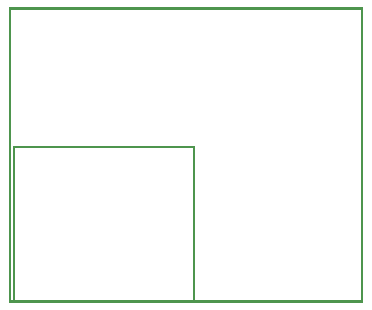
<source format=gbo>
G04 MADE WITH FRITZING*
G04 WWW.FRITZING.ORG*
G04 DOUBLE SIDED*
G04 HOLES PLATED*
G04 CONTOUR ON CENTER OF CONTOUR VECTOR*
%ASAXBY*%
%FSLAX23Y23*%
%MOIN*%
%OFA0B0*%
%SFA1.0B1.0*%
%ADD10C,0.008000*%
%ADD11R,0.001000X0.001000*%
%LNSILK0*%
G90*
G70*
G54D10*
X618Y6D02*
X618Y518D01*
D02*
X618Y6D02*
X18Y6D01*
D02*
X18Y518D02*
X18Y6D01*
G54D11*
X0Y984D02*
X1180Y984D01*
X0Y983D02*
X1180Y983D01*
X0Y982D02*
X1180Y982D01*
X0Y981D02*
X1180Y981D01*
X0Y980D02*
X1180Y980D01*
X0Y979D02*
X1180Y979D01*
X0Y978D02*
X1180Y978D01*
X0Y977D02*
X1180Y977D01*
X0Y976D02*
X7Y976D01*
X1173Y976D02*
X1180Y976D01*
X0Y975D02*
X7Y975D01*
X1173Y975D02*
X1180Y975D01*
X0Y974D02*
X7Y974D01*
X1173Y974D02*
X1180Y974D01*
X0Y973D02*
X7Y973D01*
X1173Y973D02*
X1180Y973D01*
X0Y972D02*
X7Y972D01*
X1173Y972D02*
X1180Y972D01*
X0Y971D02*
X7Y971D01*
X1173Y971D02*
X1180Y971D01*
X0Y970D02*
X7Y970D01*
X1173Y970D02*
X1180Y970D01*
X0Y969D02*
X7Y969D01*
X1173Y969D02*
X1180Y969D01*
X0Y968D02*
X7Y968D01*
X1173Y968D02*
X1180Y968D01*
X0Y967D02*
X7Y967D01*
X1173Y967D02*
X1180Y967D01*
X0Y966D02*
X7Y966D01*
X1173Y966D02*
X1180Y966D01*
X0Y965D02*
X7Y965D01*
X1173Y965D02*
X1180Y965D01*
X0Y964D02*
X7Y964D01*
X1173Y964D02*
X1180Y964D01*
X0Y963D02*
X7Y963D01*
X1173Y963D02*
X1180Y963D01*
X0Y962D02*
X7Y962D01*
X1173Y962D02*
X1180Y962D01*
X0Y961D02*
X7Y961D01*
X1173Y961D02*
X1180Y961D01*
X0Y960D02*
X7Y960D01*
X1173Y960D02*
X1180Y960D01*
X0Y959D02*
X7Y959D01*
X1173Y959D02*
X1180Y959D01*
X0Y958D02*
X7Y958D01*
X1173Y958D02*
X1180Y958D01*
X0Y957D02*
X7Y957D01*
X1173Y957D02*
X1180Y957D01*
X0Y956D02*
X7Y956D01*
X1173Y956D02*
X1180Y956D01*
X0Y955D02*
X7Y955D01*
X1173Y955D02*
X1180Y955D01*
X0Y954D02*
X7Y954D01*
X1173Y954D02*
X1180Y954D01*
X0Y953D02*
X7Y953D01*
X1173Y953D02*
X1180Y953D01*
X0Y952D02*
X7Y952D01*
X1173Y952D02*
X1180Y952D01*
X0Y951D02*
X7Y951D01*
X1173Y951D02*
X1180Y951D01*
X0Y950D02*
X7Y950D01*
X1173Y950D02*
X1180Y950D01*
X0Y949D02*
X7Y949D01*
X1173Y949D02*
X1180Y949D01*
X0Y948D02*
X7Y948D01*
X1173Y948D02*
X1180Y948D01*
X0Y947D02*
X7Y947D01*
X1173Y947D02*
X1180Y947D01*
X0Y946D02*
X7Y946D01*
X1173Y946D02*
X1180Y946D01*
X0Y945D02*
X7Y945D01*
X1173Y945D02*
X1180Y945D01*
X0Y944D02*
X7Y944D01*
X1173Y944D02*
X1180Y944D01*
X0Y943D02*
X7Y943D01*
X1173Y943D02*
X1180Y943D01*
X0Y942D02*
X7Y942D01*
X1173Y942D02*
X1180Y942D01*
X0Y941D02*
X7Y941D01*
X1173Y941D02*
X1180Y941D01*
X0Y940D02*
X7Y940D01*
X1173Y940D02*
X1180Y940D01*
X0Y939D02*
X7Y939D01*
X1173Y939D02*
X1180Y939D01*
X0Y938D02*
X7Y938D01*
X1173Y938D02*
X1180Y938D01*
X0Y937D02*
X7Y937D01*
X1173Y937D02*
X1180Y937D01*
X0Y936D02*
X7Y936D01*
X1173Y936D02*
X1180Y936D01*
X0Y935D02*
X7Y935D01*
X1173Y935D02*
X1180Y935D01*
X0Y934D02*
X7Y934D01*
X1173Y934D02*
X1180Y934D01*
X0Y933D02*
X7Y933D01*
X1173Y933D02*
X1180Y933D01*
X0Y932D02*
X7Y932D01*
X1173Y932D02*
X1180Y932D01*
X0Y931D02*
X7Y931D01*
X1173Y931D02*
X1180Y931D01*
X0Y930D02*
X7Y930D01*
X1173Y930D02*
X1180Y930D01*
X0Y929D02*
X7Y929D01*
X1173Y929D02*
X1180Y929D01*
X0Y928D02*
X7Y928D01*
X1173Y928D02*
X1180Y928D01*
X0Y927D02*
X7Y927D01*
X1173Y927D02*
X1180Y927D01*
X0Y926D02*
X7Y926D01*
X1173Y926D02*
X1180Y926D01*
X0Y925D02*
X7Y925D01*
X1173Y925D02*
X1180Y925D01*
X0Y924D02*
X7Y924D01*
X1173Y924D02*
X1180Y924D01*
X0Y923D02*
X7Y923D01*
X1173Y923D02*
X1180Y923D01*
X0Y922D02*
X7Y922D01*
X1173Y922D02*
X1180Y922D01*
X0Y921D02*
X7Y921D01*
X1173Y921D02*
X1180Y921D01*
X0Y920D02*
X7Y920D01*
X1173Y920D02*
X1180Y920D01*
X0Y919D02*
X7Y919D01*
X1173Y919D02*
X1180Y919D01*
X0Y918D02*
X7Y918D01*
X1173Y918D02*
X1180Y918D01*
X0Y917D02*
X7Y917D01*
X1173Y917D02*
X1180Y917D01*
X0Y916D02*
X7Y916D01*
X1173Y916D02*
X1180Y916D01*
X0Y915D02*
X7Y915D01*
X1173Y915D02*
X1180Y915D01*
X0Y914D02*
X7Y914D01*
X1173Y914D02*
X1180Y914D01*
X0Y913D02*
X7Y913D01*
X1173Y913D02*
X1180Y913D01*
X0Y912D02*
X7Y912D01*
X1173Y912D02*
X1180Y912D01*
X0Y911D02*
X7Y911D01*
X1173Y911D02*
X1180Y911D01*
X0Y910D02*
X7Y910D01*
X1173Y910D02*
X1180Y910D01*
X0Y909D02*
X7Y909D01*
X1173Y909D02*
X1180Y909D01*
X0Y908D02*
X7Y908D01*
X1173Y908D02*
X1180Y908D01*
X0Y907D02*
X7Y907D01*
X1173Y907D02*
X1180Y907D01*
X0Y906D02*
X7Y906D01*
X1173Y906D02*
X1180Y906D01*
X0Y905D02*
X7Y905D01*
X1173Y905D02*
X1180Y905D01*
X0Y904D02*
X7Y904D01*
X1173Y904D02*
X1180Y904D01*
X0Y903D02*
X7Y903D01*
X1173Y903D02*
X1180Y903D01*
X0Y902D02*
X7Y902D01*
X1173Y902D02*
X1180Y902D01*
X0Y901D02*
X7Y901D01*
X1173Y901D02*
X1180Y901D01*
X0Y900D02*
X7Y900D01*
X1173Y900D02*
X1180Y900D01*
X0Y899D02*
X7Y899D01*
X1173Y899D02*
X1180Y899D01*
X0Y898D02*
X7Y898D01*
X1173Y898D02*
X1180Y898D01*
X0Y897D02*
X7Y897D01*
X1173Y897D02*
X1180Y897D01*
X0Y896D02*
X7Y896D01*
X1173Y896D02*
X1180Y896D01*
X0Y895D02*
X7Y895D01*
X1173Y895D02*
X1180Y895D01*
X0Y894D02*
X7Y894D01*
X1173Y894D02*
X1180Y894D01*
X0Y893D02*
X7Y893D01*
X1173Y893D02*
X1180Y893D01*
X0Y892D02*
X7Y892D01*
X1173Y892D02*
X1180Y892D01*
X0Y891D02*
X7Y891D01*
X1173Y891D02*
X1180Y891D01*
X0Y890D02*
X7Y890D01*
X1173Y890D02*
X1180Y890D01*
X0Y889D02*
X7Y889D01*
X1173Y889D02*
X1180Y889D01*
X0Y888D02*
X7Y888D01*
X1173Y888D02*
X1180Y888D01*
X0Y887D02*
X7Y887D01*
X1173Y887D02*
X1180Y887D01*
X0Y886D02*
X7Y886D01*
X1173Y886D02*
X1180Y886D01*
X0Y885D02*
X7Y885D01*
X1173Y885D02*
X1180Y885D01*
X0Y884D02*
X7Y884D01*
X1173Y884D02*
X1180Y884D01*
X0Y883D02*
X7Y883D01*
X1173Y883D02*
X1180Y883D01*
X0Y882D02*
X7Y882D01*
X1173Y882D02*
X1180Y882D01*
X0Y881D02*
X7Y881D01*
X1173Y881D02*
X1180Y881D01*
X0Y880D02*
X7Y880D01*
X1173Y880D02*
X1180Y880D01*
X0Y879D02*
X7Y879D01*
X1173Y879D02*
X1180Y879D01*
X0Y878D02*
X7Y878D01*
X1173Y878D02*
X1180Y878D01*
X0Y877D02*
X7Y877D01*
X1173Y877D02*
X1180Y877D01*
X0Y876D02*
X7Y876D01*
X1173Y876D02*
X1180Y876D01*
X0Y875D02*
X7Y875D01*
X1173Y875D02*
X1180Y875D01*
X0Y874D02*
X7Y874D01*
X1173Y874D02*
X1180Y874D01*
X0Y873D02*
X7Y873D01*
X1173Y873D02*
X1180Y873D01*
X0Y872D02*
X7Y872D01*
X1173Y872D02*
X1180Y872D01*
X0Y871D02*
X7Y871D01*
X1173Y871D02*
X1180Y871D01*
X0Y870D02*
X7Y870D01*
X1173Y870D02*
X1180Y870D01*
X0Y869D02*
X7Y869D01*
X1173Y869D02*
X1180Y869D01*
X0Y868D02*
X7Y868D01*
X1173Y868D02*
X1180Y868D01*
X0Y867D02*
X7Y867D01*
X1173Y867D02*
X1180Y867D01*
X0Y866D02*
X7Y866D01*
X1173Y866D02*
X1180Y866D01*
X0Y865D02*
X7Y865D01*
X1173Y865D02*
X1180Y865D01*
X0Y864D02*
X7Y864D01*
X1173Y864D02*
X1180Y864D01*
X0Y863D02*
X7Y863D01*
X1173Y863D02*
X1180Y863D01*
X0Y862D02*
X7Y862D01*
X1173Y862D02*
X1180Y862D01*
X0Y861D02*
X7Y861D01*
X1173Y861D02*
X1180Y861D01*
X0Y860D02*
X7Y860D01*
X1173Y860D02*
X1180Y860D01*
X0Y859D02*
X7Y859D01*
X1173Y859D02*
X1180Y859D01*
X0Y858D02*
X7Y858D01*
X1173Y858D02*
X1180Y858D01*
X0Y857D02*
X7Y857D01*
X1173Y857D02*
X1180Y857D01*
X0Y856D02*
X7Y856D01*
X1173Y856D02*
X1180Y856D01*
X0Y855D02*
X7Y855D01*
X1173Y855D02*
X1180Y855D01*
X0Y854D02*
X7Y854D01*
X1173Y854D02*
X1180Y854D01*
X0Y853D02*
X7Y853D01*
X1173Y853D02*
X1180Y853D01*
X0Y852D02*
X7Y852D01*
X1173Y852D02*
X1180Y852D01*
X0Y851D02*
X7Y851D01*
X1173Y851D02*
X1180Y851D01*
X0Y850D02*
X7Y850D01*
X1173Y850D02*
X1180Y850D01*
X0Y849D02*
X7Y849D01*
X1173Y849D02*
X1180Y849D01*
X0Y848D02*
X7Y848D01*
X1173Y848D02*
X1180Y848D01*
X0Y847D02*
X7Y847D01*
X1173Y847D02*
X1180Y847D01*
X0Y846D02*
X7Y846D01*
X1173Y846D02*
X1180Y846D01*
X0Y845D02*
X7Y845D01*
X1173Y845D02*
X1180Y845D01*
X0Y844D02*
X7Y844D01*
X1173Y844D02*
X1180Y844D01*
X0Y843D02*
X7Y843D01*
X1173Y843D02*
X1180Y843D01*
X0Y842D02*
X7Y842D01*
X1173Y842D02*
X1180Y842D01*
X0Y841D02*
X7Y841D01*
X1173Y841D02*
X1180Y841D01*
X0Y840D02*
X7Y840D01*
X1173Y840D02*
X1180Y840D01*
X0Y839D02*
X7Y839D01*
X1173Y839D02*
X1180Y839D01*
X0Y838D02*
X7Y838D01*
X1173Y838D02*
X1180Y838D01*
X0Y837D02*
X7Y837D01*
X1173Y837D02*
X1180Y837D01*
X0Y836D02*
X7Y836D01*
X1173Y836D02*
X1180Y836D01*
X0Y835D02*
X7Y835D01*
X1173Y835D02*
X1180Y835D01*
X0Y834D02*
X7Y834D01*
X1173Y834D02*
X1180Y834D01*
X0Y833D02*
X7Y833D01*
X1173Y833D02*
X1180Y833D01*
X0Y832D02*
X7Y832D01*
X1173Y832D02*
X1180Y832D01*
X0Y831D02*
X7Y831D01*
X1173Y831D02*
X1180Y831D01*
X0Y830D02*
X7Y830D01*
X1173Y830D02*
X1180Y830D01*
X0Y829D02*
X7Y829D01*
X1173Y829D02*
X1180Y829D01*
X0Y828D02*
X7Y828D01*
X1173Y828D02*
X1180Y828D01*
X0Y827D02*
X7Y827D01*
X1173Y827D02*
X1180Y827D01*
X0Y826D02*
X7Y826D01*
X1173Y826D02*
X1180Y826D01*
X0Y825D02*
X7Y825D01*
X1173Y825D02*
X1180Y825D01*
X0Y824D02*
X7Y824D01*
X1173Y824D02*
X1180Y824D01*
X0Y823D02*
X7Y823D01*
X1173Y823D02*
X1180Y823D01*
X0Y822D02*
X7Y822D01*
X1173Y822D02*
X1180Y822D01*
X0Y821D02*
X7Y821D01*
X1173Y821D02*
X1180Y821D01*
X0Y820D02*
X7Y820D01*
X1173Y820D02*
X1180Y820D01*
X0Y819D02*
X7Y819D01*
X1173Y819D02*
X1180Y819D01*
X0Y818D02*
X7Y818D01*
X1173Y818D02*
X1180Y818D01*
X0Y817D02*
X7Y817D01*
X1173Y817D02*
X1180Y817D01*
X0Y816D02*
X7Y816D01*
X1173Y816D02*
X1180Y816D01*
X0Y815D02*
X7Y815D01*
X1173Y815D02*
X1180Y815D01*
X0Y814D02*
X7Y814D01*
X1173Y814D02*
X1180Y814D01*
X0Y813D02*
X7Y813D01*
X1173Y813D02*
X1180Y813D01*
X0Y812D02*
X7Y812D01*
X1173Y812D02*
X1180Y812D01*
X0Y811D02*
X7Y811D01*
X1173Y811D02*
X1180Y811D01*
X0Y810D02*
X7Y810D01*
X1173Y810D02*
X1180Y810D01*
X0Y809D02*
X7Y809D01*
X1173Y809D02*
X1180Y809D01*
X0Y808D02*
X7Y808D01*
X1173Y808D02*
X1180Y808D01*
X0Y807D02*
X7Y807D01*
X1173Y807D02*
X1180Y807D01*
X0Y806D02*
X7Y806D01*
X1173Y806D02*
X1180Y806D01*
X0Y805D02*
X7Y805D01*
X1173Y805D02*
X1180Y805D01*
X0Y804D02*
X7Y804D01*
X1173Y804D02*
X1180Y804D01*
X0Y803D02*
X7Y803D01*
X1173Y803D02*
X1180Y803D01*
X0Y802D02*
X7Y802D01*
X1173Y802D02*
X1180Y802D01*
X0Y801D02*
X7Y801D01*
X1173Y801D02*
X1180Y801D01*
X0Y800D02*
X7Y800D01*
X1173Y800D02*
X1180Y800D01*
X0Y799D02*
X7Y799D01*
X1173Y799D02*
X1180Y799D01*
X0Y798D02*
X7Y798D01*
X1173Y798D02*
X1180Y798D01*
X0Y797D02*
X7Y797D01*
X1173Y797D02*
X1180Y797D01*
X0Y796D02*
X7Y796D01*
X1173Y796D02*
X1180Y796D01*
X0Y795D02*
X7Y795D01*
X1173Y795D02*
X1180Y795D01*
X0Y794D02*
X7Y794D01*
X1173Y794D02*
X1180Y794D01*
X0Y793D02*
X7Y793D01*
X1173Y793D02*
X1180Y793D01*
X0Y792D02*
X7Y792D01*
X1173Y792D02*
X1180Y792D01*
X0Y791D02*
X7Y791D01*
X1173Y791D02*
X1180Y791D01*
X0Y790D02*
X7Y790D01*
X1173Y790D02*
X1180Y790D01*
X0Y789D02*
X7Y789D01*
X1173Y789D02*
X1180Y789D01*
X0Y788D02*
X7Y788D01*
X1173Y788D02*
X1180Y788D01*
X0Y787D02*
X7Y787D01*
X1173Y787D02*
X1180Y787D01*
X0Y786D02*
X7Y786D01*
X1173Y786D02*
X1180Y786D01*
X0Y785D02*
X7Y785D01*
X1173Y785D02*
X1180Y785D01*
X0Y784D02*
X7Y784D01*
X1173Y784D02*
X1180Y784D01*
X0Y783D02*
X7Y783D01*
X1173Y783D02*
X1180Y783D01*
X0Y782D02*
X7Y782D01*
X1173Y782D02*
X1180Y782D01*
X0Y781D02*
X7Y781D01*
X1173Y781D02*
X1180Y781D01*
X0Y780D02*
X7Y780D01*
X1173Y780D02*
X1180Y780D01*
X0Y779D02*
X7Y779D01*
X1173Y779D02*
X1180Y779D01*
X0Y778D02*
X7Y778D01*
X1173Y778D02*
X1180Y778D01*
X0Y777D02*
X7Y777D01*
X1173Y777D02*
X1180Y777D01*
X0Y776D02*
X7Y776D01*
X1173Y776D02*
X1180Y776D01*
X0Y775D02*
X7Y775D01*
X1173Y775D02*
X1180Y775D01*
X0Y774D02*
X7Y774D01*
X1173Y774D02*
X1180Y774D01*
X0Y773D02*
X7Y773D01*
X1173Y773D02*
X1180Y773D01*
X0Y772D02*
X7Y772D01*
X1173Y772D02*
X1180Y772D01*
X0Y771D02*
X7Y771D01*
X1173Y771D02*
X1180Y771D01*
X0Y770D02*
X7Y770D01*
X1173Y770D02*
X1180Y770D01*
X0Y769D02*
X7Y769D01*
X1173Y769D02*
X1180Y769D01*
X0Y768D02*
X7Y768D01*
X1173Y768D02*
X1180Y768D01*
X0Y767D02*
X7Y767D01*
X1173Y767D02*
X1180Y767D01*
X0Y766D02*
X7Y766D01*
X1173Y766D02*
X1180Y766D01*
X0Y765D02*
X7Y765D01*
X1173Y765D02*
X1180Y765D01*
X0Y764D02*
X7Y764D01*
X1173Y764D02*
X1180Y764D01*
X0Y763D02*
X7Y763D01*
X1173Y763D02*
X1180Y763D01*
X0Y762D02*
X7Y762D01*
X1173Y762D02*
X1180Y762D01*
X0Y761D02*
X7Y761D01*
X1173Y761D02*
X1180Y761D01*
X0Y760D02*
X7Y760D01*
X1173Y760D02*
X1180Y760D01*
X0Y759D02*
X7Y759D01*
X1173Y759D02*
X1180Y759D01*
X0Y758D02*
X7Y758D01*
X1173Y758D02*
X1180Y758D01*
X0Y757D02*
X7Y757D01*
X1173Y757D02*
X1180Y757D01*
X0Y756D02*
X7Y756D01*
X1173Y756D02*
X1180Y756D01*
X0Y755D02*
X7Y755D01*
X1173Y755D02*
X1180Y755D01*
X0Y754D02*
X7Y754D01*
X1173Y754D02*
X1180Y754D01*
X0Y753D02*
X7Y753D01*
X1173Y753D02*
X1180Y753D01*
X0Y752D02*
X7Y752D01*
X1173Y752D02*
X1180Y752D01*
X0Y751D02*
X7Y751D01*
X1173Y751D02*
X1180Y751D01*
X0Y750D02*
X7Y750D01*
X1173Y750D02*
X1180Y750D01*
X0Y749D02*
X7Y749D01*
X1173Y749D02*
X1180Y749D01*
X0Y748D02*
X7Y748D01*
X1173Y748D02*
X1180Y748D01*
X0Y747D02*
X7Y747D01*
X1173Y747D02*
X1180Y747D01*
X0Y746D02*
X7Y746D01*
X1173Y746D02*
X1180Y746D01*
X0Y745D02*
X7Y745D01*
X1173Y745D02*
X1180Y745D01*
X0Y744D02*
X7Y744D01*
X1173Y744D02*
X1180Y744D01*
X0Y743D02*
X7Y743D01*
X1173Y743D02*
X1180Y743D01*
X0Y742D02*
X7Y742D01*
X1173Y742D02*
X1180Y742D01*
X0Y741D02*
X7Y741D01*
X1173Y741D02*
X1180Y741D01*
X0Y740D02*
X7Y740D01*
X1173Y740D02*
X1180Y740D01*
X0Y739D02*
X7Y739D01*
X1173Y739D02*
X1180Y739D01*
X0Y738D02*
X7Y738D01*
X1173Y738D02*
X1180Y738D01*
X0Y737D02*
X7Y737D01*
X1173Y737D02*
X1180Y737D01*
X0Y736D02*
X7Y736D01*
X1173Y736D02*
X1180Y736D01*
X0Y735D02*
X7Y735D01*
X1173Y735D02*
X1180Y735D01*
X0Y734D02*
X7Y734D01*
X1173Y734D02*
X1180Y734D01*
X0Y733D02*
X7Y733D01*
X1173Y733D02*
X1180Y733D01*
X0Y732D02*
X7Y732D01*
X1173Y732D02*
X1180Y732D01*
X0Y731D02*
X7Y731D01*
X1173Y731D02*
X1180Y731D01*
X0Y730D02*
X7Y730D01*
X1173Y730D02*
X1180Y730D01*
X0Y729D02*
X7Y729D01*
X1173Y729D02*
X1180Y729D01*
X0Y728D02*
X7Y728D01*
X1173Y728D02*
X1180Y728D01*
X0Y727D02*
X7Y727D01*
X1173Y727D02*
X1180Y727D01*
X0Y726D02*
X7Y726D01*
X1173Y726D02*
X1180Y726D01*
X0Y725D02*
X7Y725D01*
X1173Y725D02*
X1180Y725D01*
X0Y724D02*
X7Y724D01*
X1173Y724D02*
X1180Y724D01*
X0Y723D02*
X7Y723D01*
X1173Y723D02*
X1180Y723D01*
X0Y722D02*
X7Y722D01*
X1173Y722D02*
X1180Y722D01*
X0Y721D02*
X7Y721D01*
X1173Y721D02*
X1180Y721D01*
X0Y720D02*
X7Y720D01*
X1173Y720D02*
X1180Y720D01*
X0Y719D02*
X7Y719D01*
X1173Y719D02*
X1180Y719D01*
X0Y718D02*
X7Y718D01*
X1173Y718D02*
X1180Y718D01*
X0Y717D02*
X7Y717D01*
X1173Y717D02*
X1180Y717D01*
X0Y716D02*
X7Y716D01*
X1173Y716D02*
X1180Y716D01*
X0Y715D02*
X7Y715D01*
X1173Y715D02*
X1180Y715D01*
X0Y714D02*
X7Y714D01*
X1173Y714D02*
X1180Y714D01*
X0Y713D02*
X7Y713D01*
X1173Y713D02*
X1180Y713D01*
X0Y712D02*
X7Y712D01*
X1173Y712D02*
X1180Y712D01*
X0Y711D02*
X7Y711D01*
X1173Y711D02*
X1180Y711D01*
X0Y710D02*
X7Y710D01*
X1173Y710D02*
X1180Y710D01*
X0Y709D02*
X7Y709D01*
X1173Y709D02*
X1180Y709D01*
X0Y708D02*
X7Y708D01*
X1173Y708D02*
X1180Y708D01*
X0Y707D02*
X7Y707D01*
X1173Y707D02*
X1180Y707D01*
X0Y706D02*
X7Y706D01*
X1173Y706D02*
X1180Y706D01*
X0Y705D02*
X7Y705D01*
X1173Y705D02*
X1180Y705D01*
X0Y704D02*
X7Y704D01*
X1173Y704D02*
X1180Y704D01*
X0Y703D02*
X7Y703D01*
X1173Y703D02*
X1180Y703D01*
X0Y702D02*
X7Y702D01*
X1173Y702D02*
X1180Y702D01*
X0Y701D02*
X7Y701D01*
X1173Y701D02*
X1180Y701D01*
X0Y700D02*
X7Y700D01*
X1173Y700D02*
X1180Y700D01*
X0Y699D02*
X7Y699D01*
X1173Y699D02*
X1180Y699D01*
X0Y698D02*
X7Y698D01*
X1173Y698D02*
X1180Y698D01*
X0Y697D02*
X7Y697D01*
X1173Y697D02*
X1180Y697D01*
X0Y696D02*
X7Y696D01*
X1173Y696D02*
X1180Y696D01*
X0Y695D02*
X7Y695D01*
X1173Y695D02*
X1180Y695D01*
X0Y694D02*
X7Y694D01*
X1173Y694D02*
X1180Y694D01*
X0Y693D02*
X7Y693D01*
X1173Y693D02*
X1180Y693D01*
X0Y692D02*
X7Y692D01*
X1173Y692D02*
X1180Y692D01*
X0Y691D02*
X7Y691D01*
X1173Y691D02*
X1180Y691D01*
X0Y690D02*
X7Y690D01*
X1173Y690D02*
X1180Y690D01*
X0Y689D02*
X7Y689D01*
X1173Y689D02*
X1180Y689D01*
X0Y688D02*
X7Y688D01*
X1173Y688D02*
X1180Y688D01*
X0Y687D02*
X7Y687D01*
X1173Y687D02*
X1180Y687D01*
X0Y686D02*
X7Y686D01*
X1173Y686D02*
X1180Y686D01*
X0Y685D02*
X7Y685D01*
X1173Y685D02*
X1180Y685D01*
X0Y684D02*
X7Y684D01*
X1173Y684D02*
X1180Y684D01*
X0Y683D02*
X7Y683D01*
X1173Y683D02*
X1180Y683D01*
X0Y682D02*
X7Y682D01*
X1173Y682D02*
X1180Y682D01*
X0Y681D02*
X7Y681D01*
X1173Y681D02*
X1180Y681D01*
X0Y680D02*
X7Y680D01*
X1173Y680D02*
X1180Y680D01*
X0Y679D02*
X7Y679D01*
X1173Y679D02*
X1180Y679D01*
X0Y678D02*
X7Y678D01*
X1173Y678D02*
X1180Y678D01*
X0Y677D02*
X7Y677D01*
X1173Y677D02*
X1180Y677D01*
X0Y676D02*
X7Y676D01*
X1173Y676D02*
X1180Y676D01*
X0Y675D02*
X7Y675D01*
X1173Y675D02*
X1180Y675D01*
X0Y674D02*
X7Y674D01*
X1173Y674D02*
X1180Y674D01*
X0Y673D02*
X7Y673D01*
X1173Y673D02*
X1180Y673D01*
X0Y672D02*
X7Y672D01*
X1173Y672D02*
X1180Y672D01*
X0Y671D02*
X7Y671D01*
X1173Y671D02*
X1180Y671D01*
X0Y670D02*
X7Y670D01*
X1173Y670D02*
X1180Y670D01*
X0Y669D02*
X7Y669D01*
X1173Y669D02*
X1180Y669D01*
X0Y668D02*
X7Y668D01*
X1173Y668D02*
X1180Y668D01*
X0Y667D02*
X7Y667D01*
X1173Y667D02*
X1180Y667D01*
X0Y666D02*
X7Y666D01*
X1173Y666D02*
X1180Y666D01*
X0Y665D02*
X7Y665D01*
X1173Y665D02*
X1180Y665D01*
X0Y664D02*
X7Y664D01*
X1173Y664D02*
X1180Y664D01*
X0Y663D02*
X7Y663D01*
X1173Y663D02*
X1180Y663D01*
X0Y662D02*
X7Y662D01*
X1173Y662D02*
X1180Y662D01*
X0Y661D02*
X7Y661D01*
X1173Y661D02*
X1180Y661D01*
X0Y660D02*
X7Y660D01*
X1173Y660D02*
X1180Y660D01*
X0Y659D02*
X7Y659D01*
X1173Y659D02*
X1180Y659D01*
X0Y658D02*
X7Y658D01*
X1173Y658D02*
X1180Y658D01*
X0Y657D02*
X7Y657D01*
X1173Y657D02*
X1180Y657D01*
X0Y656D02*
X7Y656D01*
X1173Y656D02*
X1180Y656D01*
X0Y655D02*
X7Y655D01*
X1173Y655D02*
X1180Y655D01*
X0Y654D02*
X7Y654D01*
X1173Y654D02*
X1180Y654D01*
X0Y653D02*
X7Y653D01*
X1173Y653D02*
X1180Y653D01*
X0Y652D02*
X7Y652D01*
X1173Y652D02*
X1180Y652D01*
X0Y651D02*
X7Y651D01*
X1173Y651D02*
X1180Y651D01*
X0Y650D02*
X7Y650D01*
X1173Y650D02*
X1180Y650D01*
X0Y649D02*
X7Y649D01*
X1173Y649D02*
X1180Y649D01*
X0Y648D02*
X7Y648D01*
X1173Y648D02*
X1180Y648D01*
X0Y647D02*
X7Y647D01*
X1173Y647D02*
X1180Y647D01*
X0Y646D02*
X7Y646D01*
X1173Y646D02*
X1180Y646D01*
X0Y645D02*
X7Y645D01*
X1173Y645D02*
X1180Y645D01*
X0Y644D02*
X7Y644D01*
X1173Y644D02*
X1180Y644D01*
X0Y643D02*
X7Y643D01*
X1173Y643D02*
X1180Y643D01*
X0Y642D02*
X7Y642D01*
X1173Y642D02*
X1180Y642D01*
X0Y641D02*
X7Y641D01*
X1173Y641D02*
X1180Y641D01*
X0Y640D02*
X7Y640D01*
X1173Y640D02*
X1180Y640D01*
X0Y639D02*
X7Y639D01*
X1173Y639D02*
X1180Y639D01*
X0Y638D02*
X7Y638D01*
X1173Y638D02*
X1180Y638D01*
X0Y637D02*
X7Y637D01*
X1173Y637D02*
X1180Y637D01*
X0Y636D02*
X7Y636D01*
X1173Y636D02*
X1180Y636D01*
X0Y635D02*
X7Y635D01*
X1173Y635D02*
X1180Y635D01*
X0Y634D02*
X7Y634D01*
X1173Y634D02*
X1180Y634D01*
X0Y633D02*
X7Y633D01*
X1173Y633D02*
X1180Y633D01*
X0Y632D02*
X7Y632D01*
X1173Y632D02*
X1180Y632D01*
X0Y631D02*
X7Y631D01*
X1173Y631D02*
X1180Y631D01*
X0Y630D02*
X7Y630D01*
X1173Y630D02*
X1180Y630D01*
X0Y629D02*
X7Y629D01*
X1173Y629D02*
X1180Y629D01*
X0Y628D02*
X7Y628D01*
X1173Y628D02*
X1180Y628D01*
X0Y627D02*
X7Y627D01*
X1173Y627D02*
X1180Y627D01*
X0Y626D02*
X7Y626D01*
X1173Y626D02*
X1180Y626D01*
X0Y625D02*
X7Y625D01*
X1173Y625D02*
X1180Y625D01*
X0Y624D02*
X7Y624D01*
X1173Y624D02*
X1180Y624D01*
X0Y623D02*
X7Y623D01*
X1173Y623D02*
X1180Y623D01*
X0Y622D02*
X7Y622D01*
X1173Y622D02*
X1180Y622D01*
X0Y621D02*
X7Y621D01*
X1173Y621D02*
X1180Y621D01*
X0Y620D02*
X7Y620D01*
X1173Y620D02*
X1180Y620D01*
X0Y619D02*
X7Y619D01*
X1173Y619D02*
X1180Y619D01*
X0Y618D02*
X7Y618D01*
X1173Y618D02*
X1180Y618D01*
X0Y617D02*
X7Y617D01*
X1173Y617D02*
X1180Y617D01*
X0Y616D02*
X7Y616D01*
X1173Y616D02*
X1180Y616D01*
X0Y615D02*
X7Y615D01*
X1173Y615D02*
X1180Y615D01*
X0Y614D02*
X7Y614D01*
X1173Y614D02*
X1180Y614D01*
X0Y613D02*
X7Y613D01*
X1173Y613D02*
X1180Y613D01*
X0Y612D02*
X7Y612D01*
X1173Y612D02*
X1180Y612D01*
X0Y611D02*
X7Y611D01*
X1173Y611D02*
X1180Y611D01*
X0Y610D02*
X7Y610D01*
X1173Y610D02*
X1180Y610D01*
X0Y609D02*
X7Y609D01*
X1173Y609D02*
X1180Y609D01*
X0Y608D02*
X7Y608D01*
X1173Y608D02*
X1180Y608D01*
X0Y607D02*
X7Y607D01*
X1173Y607D02*
X1180Y607D01*
X0Y606D02*
X7Y606D01*
X1173Y606D02*
X1180Y606D01*
X0Y605D02*
X7Y605D01*
X1173Y605D02*
X1180Y605D01*
X0Y604D02*
X7Y604D01*
X1173Y604D02*
X1180Y604D01*
X0Y603D02*
X7Y603D01*
X1173Y603D02*
X1180Y603D01*
X0Y602D02*
X7Y602D01*
X1173Y602D02*
X1180Y602D01*
X0Y601D02*
X7Y601D01*
X1173Y601D02*
X1180Y601D01*
X0Y600D02*
X7Y600D01*
X1173Y600D02*
X1180Y600D01*
X0Y599D02*
X7Y599D01*
X1173Y599D02*
X1180Y599D01*
X0Y598D02*
X7Y598D01*
X1173Y598D02*
X1180Y598D01*
X0Y597D02*
X7Y597D01*
X1173Y597D02*
X1180Y597D01*
X0Y596D02*
X7Y596D01*
X1173Y596D02*
X1180Y596D01*
X0Y595D02*
X7Y595D01*
X1173Y595D02*
X1180Y595D01*
X0Y594D02*
X7Y594D01*
X1173Y594D02*
X1180Y594D01*
X0Y593D02*
X7Y593D01*
X1173Y593D02*
X1180Y593D01*
X0Y592D02*
X7Y592D01*
X1173Y592D02*
X1180Y592D01*
X0Y591D02*
X7Y591D01*
X1173Y591D02*
X1180Y591D01*
X0Y590D02*
X7Y590D01*
X1173Y590D02*
X1180Y590D01*
X0Y589D02*
X7Y589D01*
X1173Y589D02*
X1180Y589D01*
X0Y588D02*
X7Y588D01*
X1173Y588D02*
X1180Y588D01*
X0Y587D02*
X7Y587D01*
X1173Y587D02*
X1180Y587D01*
X0Y586D02*
X7Y586D01*
X1173Y586D02*
X1180Y586D01*
X0Y585D02*
X7Y585D01*
X1173Y585D02*
X1180Y585D01*
X0Y584D02*
X7Y584D01*
X1173Y584D02*
X1180Y584D01*
X0Y583D02*
X7Y583D01*
X1173Y583D02*
X1180Y583D01*
X0Y582D02*
X7Y582D01*
X1173Y582D02*
X1180Y582D01*
X0Y581D02*
X7Y581D01*
X1173Y581D02*
X1180Y581D01*
X0Y580D02*
X7Y580D01*
X1173Y580D02*
X1180Y580D01*
X0Y579D02*
X7Y579D01*
X1173Y579D02*
X1180Y579D01*
X0Y578D02*
X7Y578D01*
X1173Y578D02*
X1180Y578D01*
X0Y577D02*
X7Y577D01*
X1173Y577D02*
X1180Y577D01*
X0Y576D02*
X7Y576D01*
X1173Y576D02*
X1180Y576D01*
X0Y575D02*
X7Y575D01*
X1173Y575D02*
X1180Y575D01*
X0Y574D02*
X7Y574D01*
X1173Y574D02*
X1180Y574D01*
X0Y573D02*
X7Y573D01*
X1173Y573D02*
X1180Y573D01*
X0Y572D02*
X7Y572D01*
X1173Y572D02*
X1180Y572D01*
X0Y571D02*
X7Y571D01*
X1173Y571D02*
X1180Y571D01*
X0Y570D02*
X7Y570D01*
X1173Y570D02*
X1180Y570D01*
X0Y569D02*
X7Y569D01*
X1173Y569D02*
X1180Y569D01*
X0Y568D02*
X7Y568D01*
X1173Y568D02*
X1180Y568D01*
X0Y567D02*
X7Y567D01*
X1173Y567D02*
X1180Y567D01*
X0Y566D02*
X7Y566D01*
X1173Y566D02*
X1180Y566D01*
X0Y565D02*
X7Y565D01*
X1173Y565D02*
X1180Y565D01*
X0Y564D02*
X7Y564D01*
X1173Y564D02*
X1180Y564D01*
X0Y563D02*
X7Y563D01*
X1173Y563D02*
X1180Y563D01*
X0Y562D02*
X7Y562D01*
X1173Y562D02*
X1180Y562D01*
X0Y561D02*
X7Y561D01*
X1173Y561D02*
X1180Y561D01*
X0Y560D02*
X7Y560D01*
X1173Y560D02*
X1180Y560D01*
X0Y559D02*
X7Y559D01*
X1173Y559D02*
X1180Y559D01*
X0Y558D02*
X7Y558D01*
X1173Y558D02*
X1180Y558D01*
X0Y557D02*
X7Y557D01*
X1173Y557D02*
X1180Y557D01*
X0Y556D02*
X7Y556D01*
X1173Y556D02*
X1180Y556D01*
X0Y555D02*
X7Y555D01*
X1173Y555D02*
X1180Y555D01*
X0Y554D02*
X7Y554D01*
X1173Y554D02*
X1180Y554D01*
X0Y553D02*
X7Y553D01*
X1173Y553D02*
X1180Y553D01*
X0Y552D02*
X7Y552D01*
X1173Y552D02*
X1180Y552D01*
X0Y551D02*
X7Y551D01*
X1173Y551D02*
X1180Y551D01*
X0Y550D02*
X7Y550D01*
X1173Y550D02*
X1180Y550D01*
X0Y549D02*
X7Y549D01*
X1173Y549D02*
X1180Y549D01*
X0Y548D02*
X7Y548D01*
X1173Y548D02*
X1180Y548D01*
X0Y547D02*
X7Y547D01*
X1173Y547D02*
X1180Y547D01*
X0Y546D02*
X7Y546D01*
X1173Y546D02*
X1180Y546D01*
X0Y545D02*
X7Y545D01*
X1173Y545D02*
X1180Y545D01*
X0Y544D02*
X7Y544D01*
X1173Y544D02*
X1180Y544D01*
X0Y543D02*
X7Y543D01*
X1173Y543D02*
X1180Y543D01*
X0Y542D02*
X7Y542D01*
X1173Y542D02*
X1180Y542D01*
X0Y541D02*
X7Y541D01*
X1173Y541D02*
X1180Y541D01*
X0Y540D02*
X7Y540D01*
X1173Y540D02*
X1180Y540D01*
X0Y539D02*
X7Y539D01*
X1173Y539D02*
X1180Y539D01*
X0Y538D02*
X7Y538D01*
X1173Y538D02*
X1180Y538D01*
X0Y537D02*
X7Y537D01*
X1173Y537D02*
X1180Y537D01*
X0Y536D02*
X7Y536D01*
X1173Y536D02*
X1180Y536D01*
X0Y535D02*
X7Y535D01*
X1173Y535D02*
X1180Y535D01*
X0Y534D02*
X7Y534D01*
X1173Y534D02*
X1180Y534D01*
X0Y533D02*
X7Y533D01*
X1173Y533D02*
X1180Y533D01*
X0Y532D02*
X7Y532D01*
X1173Y532D02*
X1180Y532D01*
X0Y531D02*
X7Y531D01*
X1173Y531D02*
X1180Y531D01*
X0Y530D02*
X7Y530D01*
X1173Y530D02*
X1180Y530D01*
X0Y529D02*
X7Y529D01*
X1173Y529D02*
X1180Y529D01*
X0Y528D02*
X7Y528D01*
X1173Y528D02*
X1180Y528D01*
X0Y527D02*
X7Y527D01*
X1173Y527D02*
X1180Y527D01*
X0Y526D02*
X7Y526D01*
X1173Y526D02*
X1180Y526D01*
X0Y525D02*
X7Y525D01*
X1173Y525D02*
X1180Y525D01*
X0Y524D02*
X7Y524D01*
X1173Y524D02*
X1180Y524D01*
X0Y523D02*
X7Y523D01*
X1173Y523D02*
X1180Y523D01*
X0Y522D02*
X7Y522D01*
X16Y522D02*
X619Y522D01*
X1173Y522D02*
X1180Y522D01*
X0Y521D02*
X7Y521D01*
X15Y521D02*
X620Y521D01*
X1173Y521D02*
X1180Y521D01*
X0Y520D02*
X7Y520D01*
X14Y520D02*
X620Y520D01*
X1173Y520D02*
X1180Y520D01*
X0Y519D02*
X7Y519D01*
X14Y519D02*
X621Y519D01*
X1173Y519D02*
X1180Y519D01*
X0Y518D02*
X7Y518D01*
X14Y518D02*
X621Y518D01*
X1173Y518D02*
X1180Y518D01*
X0Y517D02*
X7Y517D01*
X14Y517D02*
X620Y517D01*
X1173Y517D02*
X1180Y517D01*
X0Y516D02*
X7Y516D01*
X15Y516D02*
X133Y516D01*
X151Y516D02*
X233Y516D01*
X251Y516D02*
X333Y516D01*
X351Y516D02*
X433Y516D01*
X451Y516D02*
X620Y516D01*
X1173Y516D02*
X1180Y516D01*
X0Y515D02*
X7Y515D01*
X16Y515D02*
X129Y515D01*
X155Y515D02*
X229Y515D01*
X255Y515D02*
X329Y515D01*
X355Y515D02*
X429Y515D01*
X455Y515D02*
X618Y515D01*
X1173Y515D02*
X1180Y515D01*
X0Y514D02*
X7Y514D01*
X1173Y514D02*
X1180Y514D01*
X0Y513D02*
X7Y513D01*
X1173Y513D02*
X1180Y513D01*
X0Y512D02*
X7Y512D01*
X1173Y512D02*
X1180Y512D01*
X0Y511D02*
X7Y511D01*
X1173Y511D02*
X1180Y511D01*
X0Y510D02*
X7Y510D01*
X1173Y510D02*
X1180Y510D01*
X0Y509D02*
X7Y509D01*
X1173Y509D02*
X1180Y509D01*
X0Y508D02*
X7Y508D01*
X1173Y508D02*
X1180Y508D01*
X0Y507D02*
X7Y507D01*
X1173Y507D02*
X1180Y507D01*
X0Y506D02*
X7Y506D01*
X1173Y506D02*
X1180Y506D01*
X0Y505D02*
X7Y505D01*
X1173Y505D02*
X1180Y505D01*
X0Y504D02*
X7Y504D01*
X1173Y504D02*
X1180Y504D01*
X0Y503D02*
X7Y503D01*
X1173Y503D02*
X1180Y503D01*
X0Y502D02*
X7Y502D01*
X1173Y502D02*
X1180Y502D01*
X0Y501D02*
X7Y501D01*
X1173Y501D02*
X1180Y501D01*
X0Y500D02*
X7Y500D01*
X1173Y500D02*
X1180Y500D01*
X0Y499D02*
X7Y499D01*
X1173Y499D02*
X1180Y499D01*
X0Y498D02*
X7Y498D01*
X1173Y498D02*
X1180Y498D01*
X0Y497D02*
X7Y497D01*
X1173Y497D02*
X1180Y497D01*
X0Y496D02*
X7Y496D01*
X1173Y496D02*
X1180Y496D01*
X0Y495D02*
X7Y495D01*
X1173Y495D02*
X1180Y495D01*
X0Y494D02*
X7Y494D01*
X1173Y494D02*
X1180Y494D01*
X0Y493D02*
X7Y493D01*
X1173Y493D02*
X1180Y493D01*
X0Y492D02*
X7Y492D01*
X1173Y492D02*
X1180Y492D01*
X0Y491D02*
X7Y491D01*
X1173Y491D02*
X1180Y491D01*
X0Y490D02*
X7Y490D01*
X1173Y490D02*
X1180Y490D01*
X0Y489D02*
X7Y489D01*
X1173Y489D02*
X1180Y489D01*
X0Y488D02*
X7Y488D01*
X1173Y488D02*
X1180Y488D01*
X0Y487D02*
X7Y487D01*
X1173Y487D02*
X1180Y487D01*
X0Y486D02*
X7Y486D01*
X1173Y486D02*
X1180Y486D01*
X0Y485D02*
X7Y485D01*
X1173Y485D02*
X1180Y485D01*
X0Y484D02*
X7Y484D01*
X1173Y484D02*
X1180Y484D01*
X0Y483D02*
X7Y483D01*
X1173Y483D02*
X1180Y483D01*
X0Y482D02*
X7Y482D01*
X1173Y482D02*
X1180Y482D01*
X0Y481D02*
X7Y481D01*
X1173Y481D02*
X1180Y481D01*
X0Y480D02*
X7Y480D01*
X1173Y480D02*
X1180Y480D01*
X0Y479D02*
X7Y479D01*
X1173Y479D02*
X1180Y479D01*
X0Y478D02*
X7Y478D01*
X1173Y478D02*
X1180Y478D01*
X0Y477D02*
X7Y477D01*
X1173Y477D02*
X1180Y477D01*
X0Y476D02*
X7Y476D01*
X1173Y476D02*
X1180Y476D01*
X0Y475D02*
X7Y475D01*
X1173Y475D02*
X1180Y475D01*
X0Y474D02*
X7Y474D01*
X1173Y474D02*
X1180Y474D01*
X0Y473D02*
X7Y473D01*
X1173Y473D02*
X1180Y473D01*
X0Y472D02*
X7Y472D01*
X1173Y472D02*
X1180Y472D01*
X0Y471D02*
X7Y471D01*
X1173Y471D02*
X1180Y471D01*
X0Y470D02*
X7Y470D01*
X1173Y470D02*
X1180Y470D01*
X0Y469D02*
X7Y469D01*
X1173Y469D02*
X1180Y469D01*
X0Y468D02*
X7Y468D01*
X1173Y468D02*
X1180Y468D01*
X0Y467D02*
X7Y467D01*
X1173Y467D02*
X1180Y467D01*
X0Y466D02*
X7Y466D01*
X1173Y466D02*
X1180Y466D01*
X0Y465D02*
X7Y465D01*
X1173Y465D02*
X1180Y465D01*
X0Y464D02*
X7Y464D01*
X1173Y464D02*
X1180Y464D01*
X0Y463D02*
X7Y463D01*
X1173Y463D02*
X1180Y463D01*
X0Y462D02*
X7Y462D01*
X1173Y462D02*
X1180Y462D01*
X0Y461D02*
X7Y461D01*
X1173Y461D02*
X1180Y461D01*
X0Y460D02*
X7Y460D01*
X1173Y460D02*
X1180Y460D01*
X0Y459D02*
X7Y459D01*
X1173Y459D02*
X1180Y459D01*
X0Y458D02*
X7Y458D01*
X1173Y458D02*
X1180Y458D01*
X0Y457D02*
X7Y457D01*
X1173Y457D02*
X1180Y457D01*
X0Y456D02*
X7Y456D01*
X1173Y456D02*
X1180Y456D01*
X0Y455D02*
X7Y455D01*
X1173Y455D02*
X1180Y455D01*
X0Y454D02*
X7Y454D01*
X1173Y454D02*
X1180Y454D01*
X0Y453D02*
X7Y453D01*
X1173Y453D02*
X1180Y453D01*
X0Y452D02*
X7Y452D01*
X1173Y452D02*
X1180Y452D01*
X0Y451D02*
X7Y451D01*
X1173Y451D02*
X1180Y451D01*
X0Y450D02*
X7Y450D01*
X1173Y450D02*
X1180Y450D01*
X0Y449D02*
X7Y449D01*
X1173Y449D02*
X1180Y449D01*
X0Y448D02*
X7Y448D01*
X1173Y448D02*
X1180Y448D01*
X0Y447D02*
X7Y447D01*
X1173Y447D02*
X1180Y447D01*
X0Y446D02*
X7Y446D01*
X1173Y446D02*
X1180Y446D01*
X0Y445D02*
X7Y445D01*
X1173Y445D02*
X1180Y445D01*
X0Y444D02*
X7Y444D01*
X1173Y444D02*
X1180Y444D01*
X0Y443D02*
X7Y443D01*
X1173Y443D02*
X1180Y443D01*
X0Y442D02*
X7Y442D01*
X1173Y442D02*
X1180Y442D01*
X0Y441D02*
X7Y441D01*
X1173Y441D02*
X1180Y441D01*
X0Y440D02*
X7Y440D01*
X1173Y440D02*
X1180Y440D01*
X0Y439D02*
X7Y439D01*
X1173Y439D02*
X1180Y439D01*
X0Y438D02*
X7Y438D01*
X1173Y438D02*
X1180Y438D01*
X0Y437D02*
X7Y437D01*
X1173Y437D02*
X1180Y437D01*
X0Y436D02*
X7Y436D01*
X1173Y436D02*
X1180Y436D01*
X0Y435D02*
X7Y435D01*
X1173Y435D02*
X1180Y435D01*
X0Y434D02*
X7Y434D01*
X1173Y434D02*
X1180Y434D01*
X0Y433D02*
X7Y433D01*
X1173Y433D02*
X1180Y433D01*
X0Y432D02*
X7Y432D01*
X1173Y432D02*
X1180Y432D01*
X0Y431D02*
X7Y431D01*
X1173Y431D02*
X1180Y431D01*
X0Y430D02*
X7Y430D01*
X1173Y430D02*
X1180Y430D01*
X0Y429D02*
X7Y429D01*
X1173Y429D02*
X1180Y429D01*
X0Y428D02*
X7Y428D01*
X1173Y428D02*
X1180Y428D01*
X0Y427D02*
X7Y427D01*
X1173Y427D02*
X1180Y427D01*
X0Y426D02*
X7Y426D01*
X1173Y426D02*
X1180Y426D01*
X0Y425D02*
X7Y425D01*
X1173Y425D02*
X1180Y425D01*
X0Y424D02*
X7Y424D01*
X1173Y424D02*
X1180Y424D01*
X0Y423D02*
X7Y423D01*
X1173Y423D02*
X1180Y423D01*
X0Y422D02*
X7Y422D01*
X1173Y422D02*
X1180Y422D01*
X0Y421D02*
X7Y421D01*
X1173Y421D02*
X1180Y421D01*
X0Y420D02*
X7Y420D01*
X1173Y420D02*
X1180Y420D01*
X0Y419D02*
X7Y419D01*
X1173Y419D02*
X1180Y419D01*
X0Y418D02*
X7Y418D01*
X1173Y418D02*
X1180Y418D01*
X0Y417D02*
X7Y417D01*
X1173Y417D02*
X1180Y417D01*
X0Y416D02*
X7Y416D01*
X1173Y416D02*
X1180Y416D01*
X0Y415D02*
X7Y415D01*
X1173Y415D02*
X1180Y415D01*
X0Y414D02*
X7Y414D01*
X1173Y414D02*
X1180Y414D01*
X0Y413D02*
X7Y413D01*
X1173Y413D02*
X1180Y413D01*
X0Y412D02*
X7Y412D01*
X1173Y412D02*
X1180Y412D01*
X0Y411D02*
X7Y411D01*
X1173Y411D02*
X1180Y411D01*
X0Y410D02*
X7Y410D01*
X1173Y410D02*
X1180Y410D01*
X0Y409D02*
X7Y409D01*
X1173Y409D02*
X1180Y409D01*
X0Y408D02*
X7Y408D01*
X1173Y408D02*
X1180Y408D01*
X0Y407D02*
X7Y407D01*
X1173Y407D02*
X1180Y407D01*
X0Y406D02*
X7Y406D01*
X1173Y406D02*
X1180Y406D01*
X0Y405D02*
X7Y405D01*
X1173Y405D02*
X1180Y405D01*
X0Y404D02*
X7Y404D01*
X1173Y404D02*
X1180Y404D01*
X0Y403D02*
X7Y403D01*
X1173Y403D02*
X1180Y403D01*
X0Y402D02*
X7Y402D01*
X1173Y402D02*
X1180Y402D01*
X0Y401D02*
X7Y401D01*
X1173Y401D02*
X1180Y401D01*
X0Y400D02*
X7Y400D01*
X1173Y400D02*
X1180Y400D01*
X0Y399D02*
X7Y399D01*
X1173Y399D02*
X1180Y399D01*
X0Y398D02*
X7Y398D01*
X1173Y398D02*
X1180Y398D01*
X0Y397D02*
X7Y397D01*
X1173Y397D02*
X1180Y397D01*
X0Y396D02*
X7Y396D01*
X1173Y396D02*
X1180Y396D01*
X0Y395D02*
X7Y395D01*
X1173Y395D02*
X1180Y395D01*
X0Y394D02*
X7Y394D01*
X1173Y394D02*
X1180Y394D01*
X0Y393D02*
X7Y393D01*
X1173Y393D02*
X1180Y393D01*
X0Y392D02*
X7Y392D01*
X1173Y392D02*
X1180Y392D01*
X0Y391D02*
X7Y391D01*
X1173Y391D02*
X1180Y391D01*
X0Y390D02*
X7Y390D01*
X1173Y390D02*
X1180Y390D01*
X0Y389D02*
X7Y389D01*
X1173Y389D02*
X1180Y389D01*
X0Y388D02*
X7Y388D01*
X1173Y388D02*
X1180Y388D01*
X0Y387D02*
X7Y387D01*
X1173Y387D02*
X1180Y387D01*
X0Y386D02*
X7Y386D01*
X1173Y386D02*
X1180Y386D01*
X0Y385D02*
X7Y385D01*
X1173Y385D02*
X1180Y385D01*
X0Y384D02*
X7Y384D01*
X1173Y384D02*
X1180Y384D01*
X0Y383D02*
X7Y383D01*
X1173Y383D02*
X1180Y383D01*
X0Y382D02*
X7Y382D01*
X1173Y382D02*
X1180Y382D01*
X0Y381D02*
X7Y381D01*
X1173Y381D02*
X1180Y381D01*
X0Y380D02*
X7Y380D01*
X1173Y380D02*
X1180Y380D01*
X0Y379D02*
X7Y379D01*
X1173Y379D02*
X1180Y379D01*
X0Y378D02*
X7Y378D01*
X1173Y378D02*
X1180Y378D01*
X0Y377D02*
X7Y377D01*
X1173Y377D02*
X1180Y377D01*
X0Y376D02*
X7Y376D01*
X1173Y376D02*
X1180Y376D01*
X0Y375D02*
X7Y375D01*
X1173Y375D02*
X1180Y375D01*
X0Y374D02*
X7Y374D01*
X1173Y374D02*
X1180Y374D01*
X0Y373D02*
X7Y373D01*
X1173Y373D02*
X1180Y373D01*
X0Y372D02*
X7Y372D01*
X1173Y372D02*
X1180Y372D01*
X0Y371D02*
X7Y371D01*
X1173Y371D02*
X1180Y371D01*
X0Y370D02*
X7Y370D01*
X1173Y370D02*
X1180Y370D01*
X0Y369D02*
X7Y369D01*
X1173Y369D02*
X1180Y369D01*
X0Y368D02*
X7Y368D01*
X1173Y368D02*
X1180Y368D01*
X0Y367D02*
X7Y367D01*
X1173Y367D02*
X1180Y367D01*
X0Y366D02*
X7Y366D01*
X1173Y366D02*
X1180Y366D01*
X0Y365D02*
X7Y365D01*
X1173Y365D02*
X1180Y365D01*
X0Y364D02*
X7Y364D01*
X1173Y364D02*
X1180Y364D01*
X0Y363D02*
X7Y363D01*
X1173Y363D02*
X1180Y363D01*
X0Y362D02*
X7Y362D01*
X1173Y362D02*
X1180Y362D01*
X0Y361D02*
X7Y361D01*
X1173Y361D02*
X1180Y361D01*
X0Y360D02*
X7Y360D01*
X1173Y360D02*
X1180Y360D01*
X0Y359D02*
X7Y359D01*
X1173Y359D02*
X1180Y359D01*
X0Y358D02*
X7Y358D01*
X1173Y358D02*
X1180Y358D01*
X0Y357D02*
X7Y357D01*
X1173Y357D02*
X1180Y357D01*
X0Y356D02*
X7Y356D01*
X1173Y356D02*
X1180Y356D01*
X0Y355D02*
X7Y355D01*
X1173Y355D02*
X1180Y355D01*
X0Y354D02*
X7Y354D01*
X1173Y354D02*
X1180Y354D01*
X0Y353D02*
X7Y353D01*
X1173Y353D02*
X1180Y353D01*
X0Y352D02*
X7Y352D01*
X1173Y352D02*
X1180Y352D01*
X0Y351D02*
X7Y351D01*
X1173Y351D02*
X1180Y351D01*
X0Y350D02*
X7Y350D01*
X1173Y350D02*
X1180Y350D01*
X0Y349D02*
X7Y349D01*
X1173Y349D02*
X1180Y349D01*
X0Y348D02*
X7Y348D01*
X1173Y348D02*
X1180Y348D01*
X0Y347D02*
X7Y347D01*
X1173Y347D02*
X1180Y347D01*
X0Y346D02*
X7Y346D01*
X1173Y346D02*
X1180Y346D01*
X0Y345D02*
X7Y345D01*
X1173Y345D02*
X1180Y345D01*
X0Y344D02*
X7Y344D01*
X1173Y344D02*
X1180Y344D01*
X0Y343D02*
X7Y343D01*
X1173Y343D02*
X1180Y343D01*
X0Y342D02*
X7Y342D01*
X1173Y342D02*
X1180Y342D01*
X0Y341D02*
X7Y341D01*
X1173Y341D02*
X1180Y341D01*
X0Y340D02*
X7Y340D01*
X1173Y340D02*
X1180Y340D01*
X0Y339D02*
X7Y339D01*
X1173Y339D02*
X1180Y339D01*
X0Y338D02*
X7Y338D01*
X1173Y338D02*
X1180Y338D01*
X0Y337D02*
X7Y337D01*
X1173Y337D02*
X1180Y337D01*
X0Y336D02*
X7Y336D01*
X1173Y336D02*
X1180Y336D01*
X0Y335D02*
X7Y335D01*
X1173Y335D02*
X1180Y335D01*
X0Y334D02*
X7Y334D01*
X1173Y334D02*
X1180Y334D01*
X0Y333D02*
X7Y333D01*
X1173Y333D02*
X1180Y333D01*
X0Y332D02*
X7Y332D01*
X1173Y332D02*
X1180Y332D01*
X0Y331D02*
X7Y331D01*
X1173Y331D02*
X1180Y331D01*
X0Y330D02*
X7Y330D01*
X1173Y330D02*
X1180Y330D01*
X0Y329D02*
X7Y329D01*
X1173Y329D02*
X1180Y329D01*
X0Y328D02*
X7Y328D01*
X1173Y328D02*
X1180Y328D01*
X0Y327D02*
X7Y327D01*
X1173Y327D02*
X1180Y327D01*
X0Y326D02*
X7Y326D01*
X1173Y326D02*
X1180Y326D01*
X0Y325D02*
X7Y325D01*
X1173Y325D02*
X1180Y325D01*
X0Y324D02*
X7Y324D01*
X1173Y324D02*
X1180Y324D01*
X0Y323D02*
X7Y323D01*
X1173Y323D02*
X1180Y323D01*
X0Y322D02*
X7Y322D01*
X1173Y322D02*
X1180Y322D01*
X0Y321D02*
X7Y321D01*
X1173Y321D02*
X1180Y321D01*
X0Y320D02*
X7Y320D01*
X1173Y320D02*
X1180Y320D01*
X0Y319D02*
X7Y319D01*
X1173Y319D02*
X1180Y319D01*
X0Y318D02*
X7Y318D01*
X1173Y318D02*
X1180Y318D01*
X0Y317D02*
X7Y317D01*
X1173Y317D02*
X1180Y317D01*
X0Y316D02*
X7Y316D01*
X1173Y316D02*
X1180Y316D01*
X0Y315D02*
X7Y315D01*
X1173Y315D02*
X1180Y315D01*
X0Y314D02*
X7Y314D01*
X1173Y314D02*
X1180Y314D01*
X0Y313D02*
X7Y313D01*
X1173Y313D02*
X1180Y313D01*
X0Y312D02*
X7Y312D01*
X1173Y312D02*
X1180Y312D01*
X0Y311D02*
X7Y311D01*
X1173Y311D02*
X1180Y311D01*
X0Y310D02*
X7Y310D01*
X1173Y310D02*
X1180Y310D01*
X0Y309D02*
X7Y309D01*
X1173Y309D02*
X1180Y309D01*
X0Y308D02*
X7Y308D01*
X1173Y308D02*
X1180Y308D01*
X0Y307D02*
X7Y307D01*
X1173Y307D02*
X1180Y307D01*
X0Y306D02*
X7Y306D01*
X1173Y306D02*
X1180Y306D01*
X0Y305D02*
X7Y305D01*
X1173Y305D02*
X1180Y305D01*
X0Y304D02*
X7Y304D01*
X1173Y304D02*
X1180Y304D01*
X0Y303D02*
X7Y303D01*
X1173Y303D02*
X1180Y303D01*
X0Y302D02*
X7Y302D01*
X1173Y302D02*
X1180Y302D01*
X0Y301D02*
X7Y301D01*
X1173Y301D02*
X1180Y301D01*
X0Y300D02*
X7Y300D01*
X1173Y300D02*
X1180Y300D01*
X0Y299D02*
X7Y299D01*
X1173Y299D02*
X1180Y299D01*
X0Y298D02*
X7Y298D01*
X1173Y298D02*
X1180Y298D01*
X0Y297D02*
X7Y297D01*
X1173Y297D02*
X1180Y297D01*
X0Y296D02*
X7Y296D01*
X1173Y296D02*
X1180Y296D01*
X0Y295D02*
X7Y295D01*
X1173Y295D02*
X1180Y295D01*
X0Y294D02*
X7Y294D01*
X1173Y294D02*
X1180Y294D01*
X0Y293D02*
X7Y293D01*
X1173Y293D02*
X1180Y293D01*
X0Y292D02*
X7Y292D01*
X1173Y292D02*
X1180Y292D01*
X0Y291D02*
X7Y291D01*
X1173Y291D02*
X1180Y291D01*
X0Y290D02*
X7Y290D01*
X1173Y290D02*
X1180Y290D01*
X0Y289D02*
X7Y289D01*
X1173Y289D02*
X1180Y289D01*
X0Y288D02*
X7Y288D01*
X1173Y288D02*
X1180Y288D01*
X0Y287D02*
X7Y287D01*
X1173Y287D02*
X1180Y287D01*
X0Y286D02*
X7Y286D01*
X1173Y286D02*
X1180Y286D01*
X0Y285D02*
X7Y285D01*
X1173Y285D02*
X1180Y285D01*
X0Y284D02*
X7Y284D01*
X1173Y284D02*
X1180Y284D01*
X0Y283D02*
X7Y283D01*
X1173Y283D02*
X1180Y283D01*
X0Y282D02*
X7Y282D01*
X1173Y282D02*
X1180Y282D01*
X0Y281D02*
X7Y281D01*
X1173Y281D02*
X1180Y281D01*
X0Y280D02*
X7Y280D01*
X1173Y280D02*
X1180Y280D01*
X0Y279D02*
X7Y279D01*
X1173Y279D02*
X1180Y279D01*
X0Y278D02*
X7Y278D01*
X1173Y278D02*
X1180Y278D01*
X0Y277D02*
X7Y277D01*
X1173Y277D02*
X1180Y277D01*
X0Y276D02*
X7Y276D01*
X1173Y276D02*
X1180Y276D01*
X0Y275D02*
X7Y275D01*
X1173Y275D02*
X1180Y275D01*
X0Y274D02*
X7Y274D01*
X1173Y274D02*
X1180Y274D01*
X0Y273D02*
X7Y273D01*
X1173Y273D02*
X1180Y273D01*
X0Y272D02*
X7Y272D01*
X1173Y272D02*
X1180Y272D01*
X0Y271D02*
X7Y271D01*
X1173Y271D02*
X1180Y271D01*
X0Y270D02*
X7Y270D01*
X1173Y270D02*
X1180Y270D01*
X0Y269D02*
X7Y269D01*
X1173Y269D02*
X1180Y269D01*
X0Y268D02*
X7Y268D01*
X1173Y268D02*
X1180Y268D01*
X0Y267D02*
X7Y267D01*
X1173Y267D02*
X1180Y267D01*
X0Y266D02*
X7Y266D01*
X1173Y266D02*
X1180Y266D01*
X0Y265D02*
X7Y265D01*
X1173Y265D02*
X1180Y265D01*
X0Y264D02*
X7Y264D01*
X1173Y264D02*
X1180Y264D01*
X0Y263D02*
X7Y263D01*
X1173Y263D02*
X1180Y263D01*
X0Y262D02*
X7Y262D01*
X1173Y262D02*
X1180Y262D01*
X0Y261D02*
X7Y261D01*
X1173Y261D02*
X1180Y261D01*
X0Y260D02*
X7Y260D01*
X1173Y260D02*
X1180Y260D01*
X0Y259D02*
X7Y259D01*
X1173Y259D02*
X1180Y259D01*
X0Y258D02*
X7Y258D01*
X1173Y258D02*
X1180Y258D01*
X0Y257D02*
X7Y257D01*
X1173Y257D02*
X1180Y257D01*
X0Y256D02*
X7Y256D01*
X1173Y256D02*
X1180Y256D01*
X0Y255D02*
X7Y255D01*
X1173Y255D02*
X1180Y255D01*
X0Y254D02*
X7Y254D01*
X1173Y254D02*
X1180Y254D01*
X0Y253D02*
X7Y253D01*
X1173Y253D02*
X1180Y253D01*
X0Y252D02*
X7Y252D01*
X1173Y252D02*
X1180Y252D01*
X0Y251D02*
X7Y251D01*
X1173Y251D02*
X1180Y251D01*
X0Y250D02*
X7Y250D01*
X1173Y250D02*
X1180Y250D01*
X0Y249D02*
X7Y249D01*
X1173Y249D02*
X1180Y249D01*
X0Y248D02*
X7Y248D01*
X1173Y248D02*
X1180Y248D01*
X0Y247D02*
X7Y247D01*
X1173Y247D02*
X1180Y247D01*
X0Y246D02*
X7Y246D01*
X1173Y246D02*
X1180Y246D01*
X0Y245D02*
X7Y245D01*
X1173Y245D02*
X1180Y245D01*
X0Y244D02*
X7Y244D01*
X1173Y244D02*
X1180Y244D01*
X0Y243D02*
X7Y243D01*
X1173Y243D02*
X1180Y243D01*
X0Y242D02*
X7Y242D01*
X1173Y242D02*
X1180Y242D01*
X0Y241D02*
X7Y241D01*
X1173Y241D02*
X1180Y241D01*
X0Y240D02*
X7Y240D01*
X1173Y240D02*
X1180Y240D01*
X0Y239D02*
X7Y239D01*
X1173Y239D02*
X1180Y239D01*
X0Y238D02*
X7Y238D01*
X1173Y238D02*
X1180Y238D01*
X0Y237D02*
X7Y237D01*
X1173Y237D02*
X1180Y237D01*
X0Y236D02*
X7Y236D01*
X1173Y236D02*
X1180Y236D01*
X0Y235D02*
X7Y235D01*
X1173Y235D02*
X1180Y235D01*
X0Y234D02*
X7Y234D01*
X1173Y234D02*
X1180Y234D01*
X0Y233D02*
X7Y233D01*
X1173Y233D02*
X1180Y233D01*
X0Y232D02*
X7Y232D01*
X1173Y232D02*
X1180Y232D01*
X0Y231D02*
X7Y231D01*
X1173Y231D02*
X1180Y231D01*
X0Y230D02*
X7Y230D01*
X1173Y230D02*
X1180Y230D01*
X0Y229D02*
X7Y229D01*
X1173Y229D02*
X1180Y229D01*
X0Y228D02*
X7Y228D01*
X1173Y228D02*
X1180Y228D01*
X0Y227D02*
X7Y227D01*
X1173Y227D02*
X1180Y227D01*
X0Y226D02*
X7Y226D01*
X1173Y226D02*
X1180Y226D01*
X0Y225D02*
X7Y225D01*
X1173Y225D02*
X1180Y225D01*
X0Y224D02*
X7Y224D01*
X1173Y224D02*
X1180Y224D01*
X0Y223D02*
X7Y223D01*
X1173Y223D02*
X1180Y223D01*
X0Y222D02*
X7Y222D01*
X1173Y222D02*
X1180Y222D01*
X0Y221D02*
X7Y221D01*
X1173Y221D02*
X1180Y221D01*
X0Y220D02*
X7Y220D01*
X1173Y220D02*
X1180Y220D01*
X0Y219D02*
X7Y219D01*
X1173Y219D02*
X1180Y219D01*
X0Y218D02*
X7Y218D01*
X1173Y218D02*
X1180Y218D01*
X0Y217D02*
X7Y217D01*
X1173Y217D02*
X1180Y217D01*
X0Y216D02*
X7Y216D01*
X1173Y216D02*
X1180Y216D01*
X0Y215D02*
X7Y215D01*
X1173Y215D02*
X1180Y215D01*
X0Y214D02*
X7Y214D01*
X1173Y214D02*
X1180Y214D01*
X0Y213D02*
X7Y213D01*
X1173Y213D02*
X1180Y213D01*
X0Y212D02*
X7Y212D01*
X1173Y212D02*
X1180Y212D01*
X0Y211D02*
X7Y211D01*
X1173Y211D02*
X1180Y211D01*
X0Y210D02*
X7Y210D01*
X1173Y210D02*
X1180Y210D01*
X0Y209D02*
X7Y209D01*
X1173Y209D02*
X1180Y209D01*
X0Y208D02*
X7Y208D01*
X1173Y208D02*
X1180Y208D01*
X0Y207D02*
X7Y207D01*
X1173Y207D02*
X1180Y207D01*
X0Y206D02*
X7Y206D01*
X1173Y206D02*
X1180Y206D01*
X0Y205D02*
X7Y205D01*
X1173Y205D02*
X1180Y205D01*
X0Y204D02*
X7Y204D01*
X1173Y204D02*
X1180Y204D01*
X0Y203D02*
X7Y203D01*
X1173Y203D02*
X1180Y203D01*
X0Y202D02*
X7Y202D01*
X1173Y202D02*
X1180Y202D01*
X0Y201D02*
X7Y201D01*
X1173Y201D02*
X1180Y201D01*
X0Y200D02*
X7Y200D01*
X1173Y200D02*
X1180Y200D01*
X0Y199D02*
X7Y199D01*
X1173Y199D02*
X1180Y199D01*
X0Y198D02*
X7Y198D01*
X1173Y198D02*
X1180Y198D01*
X0Y197D02*
X7Y197D01*
X1173Y197D02*
X1180Y197D01*
X0Y196D02*
X7Y196D01*
X1173Y196D02*
X1180Y196D01*
X0Y195D02*
X7Y195D01*
X1173Y195D02*
X1180Y195D01*
X0Y194D02*
X7Y194D01*
X1173Y194D02*
X1180Y194D01*
X0Y193D02*
X7Y193D01*
X1173Y193D02*
X1180Y193D01*
X0Y192D02*
X7Y192D01*
X1173Y192D02*
X1180Y192D01*
X0Y191D02*
X7Y191D01*
X1173Y191D02*
X1180Y191D01*
X0Y190D02*
X7Y190D01*
X1173Y190D02*
X1180Y190D01*
X0Y189D02*
X7Y189D01*
X1173Y189D02*
X1180Y189D01*
X0Y188D02*
X7Y188D01*
X1173Y188D02*
X1180Y188D01*
X0Y187D02*
X7Y187D01*
X1173Y187D02*
X1180Y187D01*
X0Y186D02*
X7Y186D01*
X1173Y186D02*
X1180Y186D01*
X0Y185D02*
X7Y185D01*
X1173Y185D02*
X1180Y185D01*
X0Y184D02*
X7Y184D01*
X1173Y184D02*
X1180Y184D01*
X0Y183D02*
X7Y183D01*
X1173Y183D02*
X1180Y183D01*
X0Y182D02*
X7Y182D01*
X1173Y182D02*
X1180Y182D01*
X0Y181D02*
X7Y181D01*
X1173Y181D02*
X1180Y181D01*
X0Y180D02*
X7Y180D01*
X1173Y180D02*
X1180Y180D01*
X0Y179D02*
X7Y179D01*
X1173Y179D02*
X1180Y179D01*
X0Y178D02*
X7Y178D01*
X1173Y178D02*
X1180Y178D01*
X0Y177D02*
X7Y177D01*
X1173Y177D02*
X1180Y177D01*
X0Y176D02*
X7Y176D01*
X1173Y176D02*
X1180Y176D01*
X0Y175D02*
X7Y175D01*
X1173Y175D02*
X1180Y175D01*
X0Y174D02*
X7Y174D01*
X1173Y174D02*
X1180Y174D01*
X0Y173D02*
X7Y173D01*
X1173Y173D02*
X1180Y173D01*
X0Y172D02*
X7Y172D01*
X1173Y172D02*
X1180Y172D01*
X0Y171D02*
X7Y171D01*
X1173Y171D02*
X1180Y171D01*
X0Y170D02*
X7Y170D01*
X1173Y170D02*
X1180Y170D01*
X0Y169D02*
X7Y169D01*
X1173Y169D02*
X1180Y169D01*
X0Y168D02*
X7Y168D01*
X1173Y168D02*
X1180Y168D01*
X0Y167D02*
X7Y167D01*
X1173Y167D02*
X1180Y167D01*
X0Y166D02*
X7Y166D01*
X1173Y166D02*
X1180Y166D01*
X0Y165D02*
X7Y165D01*
X1173Y165D02*
X1180Y165D01*
X0Y164D02*
X7Y164D01*
X1173Y164D02*
X1180Y164D01*
X0Y163D02*
X7Y163D01*
X1173Y163D02*
X1180Y163D01*
X0Y162D02*
X7Y162D01*
X1173Y162D02*
X1180Y162D01*
X0Y161D02*
X7Y161D01*
X1173Y161D02*
X1180Y161D01*
X0Y160D02*
X7Y160D01*
X1173Y160D02*
X1180Y160D01*
X0Y159D02*
X7Y159D01*
X1173Y159D02*
X1180Y159D01*
X0Y158D02*
X7Y158D01*
X1173Y158D02*
X1180Y158D01*
X0Y157D02*
X7Y157D01*
X1173Y157D02*
X1180Y157D01*
X0Y156D02*
X7Y156D01*
X1173Y156D02*
X1180Y156D01*
X0Y155D02*
X7Y155D01*
X1173Y155D02*
X1180Y155D01*
X0Y154D02*
X7Y154D01*
X1173Y154D02*
X1180Y154D01*
X0Y153D02*
X7Y153D01*
X1173Y153D02*
X1180Y153D01*
X0Y152D02*
X7Y152D01*
X1173Y152D02*
X1180Y152D01*
X0Y151D02*
X7Y151D01*
X1173Y151D02*
X1180Y151D01*
X0Y150D02*
X7Y150D01*
X1173Y150D02*
X1180Y150D01*
X0Y149D02*
X7Y149D01*
X1173Y149D02*
X1180Y149D01*
X0Y148D02*
X7Y148D01*
X1173Y148D02*
X1180Y148D01*
X0Y147D02*
X7Y147D01*
X1173Y147D02*
X1180Y147D01*
X0Y146D02*
X7Y146D01*
X1173Y146D02*
X1180Y146D01*
X0Y145D02*
X7Y145D01*
X1173Y145D02*
X1180Y145D01*
X0Y144D02*
X7Y144D01*
X1173Y144D02*
X1180Y144D01*
X0Y143D02*
X7Y143D01*
X1173Y143D02*
X1180Y143D01*
X0Y142D02*
X7Y142D01*
X1173Y142D02*
X1180Y142D01*
X0Y141D02*
X7Y141D01*
X1173Y141D02*
X1180Y141D01*
X0Y140D02*
X7Y140D01*
X1173Y140D02*
X1180Y140D01*
X0Y139D02*
X7Y139D01*
X1173Y139D02*
X1180Y139D01*
X0Y138D02*
X7Y138D01*
X1173Y138D02*
X1180Y138D01*
X0Y137D02*
X7Y137D01*
X1173Y137D02*
X1180Y137D01*
X0Y136D02*
X7Y136D01*
X1173Y136D02*
X1180Y136D01*
X0Y135D02*
X7Y135D01*
X1173Y135D02*
X1180Y135D01*
X0Y134D02*
X7Y134D01*
X1173Y134D02*
X1180Y134D01*
X0Y133D02*
X7Y133D01*
X1173Y133D02*
X1180Y133D01*
X0Y132D02*
X7Y132D01*
X1173Y132D02*
X1180Y132D01*
X0Y131D02*
X7Y131D01*
X1173Y131D02*
X1180Y131D01*
X0Y130D02*
X7Y130D01*
X1173Y130D02*
X1180Y130D01*
X0Y129D02*
X7Y129D01*
X1173Y129D02*
X1180Y129D01*
X0Y128D02*
X7Y128D01*
X1173Y128D02*
X1180Y128D01*
X0Y127D02*
X7Y127D01*
X1173Y127D02*
X1180Y127D01*
X0Y126D02*
X7Y126D01*
X1173Y126D02*
X1180Y126D01*
X0Y125D02*
X7Y125D01*
X1173Y125D02*
X1180Y125D01*
X0Y124D02*
X7Y124D01*
X1173Y124D02*
X1180Y124D01*
X0Y123D02*
X7Y123D01*
X1173Y123D02*
X1180Y123D01*
X0Y122D02*
X7Y122D01*
X1173Y122D02*
X1180Y122D01*
X0Y121D02*
X7Y121D01*
X1173Y121D02*
X1180Y121D01*
X0Y120D02*
X7Y120D01*
X1173Y120D02*
X1180Y120D01*
X0Y119D02*
X7Y119D01*
X1173Y119D02*
X1180Y119D01*
X0Y118D02*
X7Y118D01*
X1173Y118D02*
X1180Y118D01*
X0Y117D02*
X7Y117D01*
X1173Y117D02*
X1180Y117D01*
X0Y116D02*
X7Y116D01*
X1173Y116D02*
X1180Y116D01*
X0Y115D02*
X7Y115D01*
X1173Y115D02*
X1180Y115D01*
X0Y114D02*
X7Y114D01*
X1173Y114D02*
X1180Y114D01*
X0Y113D02*
X7Y113D01*
X1173Y113D02*
X1180Y113D01*
X0Y112D02*
X7Y112D01*
X1173Y112D02*
X1180Y112D01*
X0Y111D02*
X7Y111D01*
X1173Y111D02*
X1180Y111D01*
X0Y110D02*
X7Y110D01*
X1173Y110D02*
X1180Y110D01*
X0Y109D02*
X7Y109D01*
X1173Y109D02*
X1180Y109D01*
X0Y108D02*
X7Y108D01*
X1173Y108D02*
X1180Y108D01*
X0Y107D02*
X7Y107D01*
X1173Y107D02*
X1180Y107D01*
X0Y106D02*
X7Y106D01*
X1173Y106D02*
X1180Y106D01*
X0Y105D02*
X7Y105D01*
X1173Y105D02*
X1180Y105D01*
X0Y104D02*
X7Y104D01*
X1173Y104D02*
X1180Y104D01*
X0Y103D02*
X7Y103D01*
X1173Y103D02*
X1180Y103D01*
X0Y102D02*
X7Y102D01*
X1173Y102D02*
X1180Y102D01*
X0Y101D02*
X7Y101D01*
X1173Y101D02*
X1180Y101D01*
X0Y100D02*
X7Y100D01*
X1173Y100D02*
X1180Y100D01*
X0Y99D02*
X7Y99D01*
X1173Y99D02*
X1180Y99D01*
X0Y98D02*
X7Y98D01*
X1173Y98D02*
X1180Y98D01*
X0Y97D02*
X7Y97D01*
X1173Y97D02*
X1180Y97D01*
X0Y96D02*
X7Y96D01*
X1173Y96D02*
X1180Y96D01*
X0Y95D02*
X7Y95D01*
X1173Y95D02*
X1180Y95D01*
X0Y94D02*
X7Y94D01*
X1173Y94D02*
X1180Y94D01*
X0Y93D02*
X7Y93D01*
X1173Y93D02*
X1180Y93D01*
X0Y92D02*
X7Y92D01*
X1173Y92D02*
X1180Y92D01*
X0Y91D02*
X7Y91D01*
X1173Y91D02*
X1180Y91D01*
X0Y90D02*
X7Y90D01*
X1173Y90D02*
X1180Y90D01*
X0Y89D02*
X7Y89D01*
X1173Y89D02*
X1180Y89D01*
X0Y88D02*
X7Y88D01*
X1173Y88D02*
X1180Y88D01*
X0Y87D02*
X7Y87D01*
X1173Y87D02*
X1180Y87D01*
X0Y86D02*
X7Y86D01*
X1173Y86D02*
X1180Y86D01*
X0Y85D02*
X7Y85D01*
X1173Y85D02*
X1180Y85D01*
X0Y84D02*
X7Y84D01*
X1173Y84D02*
X1180Y84D01*
X0Y83D02*
X7Y83D01*
X1173Y83D02*
X1180Y83D01*
X0Y82D02*
X7Y82D01*
X1173Y82D02*
X1180Y82D01*
X0Y81D02*
X7Y81D01*
X1173Y81D02*
X1180Y81D01*
X0Y80D02*
X7Y80D01*
X1173Y80D02*
X1180Y80D01*
X0Y79D02*
X7Y79D01*
X1173Y79D02*
X1180Y79D01*
X0Y78D02*
X7Y78D01*
X1173Y78D02*
X1180Y78D01*
X0Y77D02*
X7Y77D01*
X1173Y77D02*
X1180Y77D01*
X0Y76D02*
X7Y76D01*
X1173Y76D02*
X1180Y76D01*
X0Y75D02*
X7Y75D01*
X1173Y75D02*
X1180Y75D01*
X0Y74D02*
X7Y74D01*
X1173Y74D02*
X1180Y74D01*
X0Y73D02*
X7Y73D01*
X1173Y73D02*
X1180Y73D01*
X0Y72D02*
X7Y72D01*
X1173Y72D02*
X1180Y72D01*
X0Y71D02*
X7Y71D01*
X1173Y71D02*
X1180Y71D01*
X0Y70D02*
X7Y70D01*
X1173Y70D02*
X1180Y70D01*
X0Y69D02*
X7Y69D01*
X1173Y69D02*
X1180Y69D01*
X0Y68D02*
X7Y68D01*
X1173Y68D02*
X1180Y68D01*
X0Y67D02*
X7Y67D01*
X1173Y67D02*
X1180Y67D01*
X0Y66D02*
X7Y66D01*
X1173Y66D02*
X1180Y66D01*
X0Y65D02*
X7Y65D01*
X1173Y65D02*
X1180Y65D01*
X0Y64D02*
X7Y64D01*
X1173Y64D02*
X1180Y64D01*
X0Y63D02*
X7Y63D01*
X1173Y63D02*
X1180Y63D01*
X0Y62D02*
X7Y62D01*
X1173Y62D02*
X1180Y62D01*
X0Y61D02*
X7Y61D01*
X1173Y61D02*
X1180Y61D01*
X0Y60D02*
X7Y60D01*
X1173Y60D02*
X1180Y60D01*
X0Y59D02*
X7Y59D01*
X1173Y59D02*
X1180Y59D01*
X0Y58D02*
X7Y58D01*
X1173Y58D02*
X1180Y58D01*
X0Y57D02*
X7Y57D01*
X1173Y57D02*
X1180Y57D01*
X0Y56D02*
X7Y56D01*
X1173Y56D02*
X1180Y56D01*
X0Y55D02*
X7Y55D01*
X1173Y55D02*
X1180Y55D01*
X0Y54D02*
X7Y54D01*
X1173Y54D02*
X1180Y54D01*
X0Y53D02*
X7Y53D01*
X1173Y53D02*
X1180Y53D01*
X0Y52D02*
X7Y52D01*
X1173Y52D02*
X1180Y52D01*
X0Y51D02*
X7Y51D01*
X1173Y51D02*
X1180Y51D01*
X0Y50D02*
X7Y50D01*
X1173Y50D02*
X1180Y50D01*
X0Y49D02*
X7Y49D01*
X1173Y49D02*
X1180Y49D01*
X0Y48D02*
X7Y48D01*
X1173Y48D02*
X1180Y48D01*
X0Y47D02*
X7Y47D01*
X1173Y47D02*
X1180Y47D01*
X0Y46D02*
X7Y46D01*
X1173Y46D02*
X1180Y46D01*
X0Y45D02*
X7Y45D01*
X1173Y45D02*
X1180Y45D01*
X0Y44D02*
X7Y44D01*
X1173Y44D02*
X1180Y44D01*
X0Y43D02*
X7Y43D01*
X1173Y43D02*
X1180Y43D01*
X0Y42D02*
X7Y42D01*
X1173Y42D02*
X1180Y42D01*
X0Y41D02*
X7Y41D01*
X1173Y41D02*
X1180Y41D01*
X0Y40D02*
X7Y40D01*
X1173Y40D02*
X1180Y40D01*
X0Y39D02*
X7Y39D01*
X1173Y39D02*
X1180Y39D01*
X0Y38D02*
X7Y38D01*
X1173Y38D02*
X1180Y38D01*
X0Y37D02*
X7Y37D01*
X1173Y37D02*
X1180Y37D01*
X0Y36D02*
X7Y36D01*
X1173Y36D02*
X1180Y36D01*
X0Y35D02*
X7Y35D01*
X1173Y35D02*
X1180Y35D01*
X0Y34D02*
X7Y34D01*
X1173Y34D02*
X1180Y34D01*
X0Y33D02*
X7Y33D01*
X1173Y33D02*
X1180Y33D01*
X0Y32D02*
X7Y32D01*
X1173Y32D02*
X1180Y32D01*
X0Y31D02*
X7Y31D01*
X1173Y31D02*
X1180Y31D01*
X0Y30D02*
X7Y30D01*
X1173Y30D02*
X1180Y30D01*
X0Y29D02*
X7Y29D01*
X1173Y29D02*
X1180Y29D01*
X0Y28D02*
X7Y28D01*
X1173Y28D02*
X1180Y28D01*
X0Y27D02*
X7Y27D01*
X1173Y27D02*
X1180Y27D01*
X0Y26D02*
X7Y26D01*
X1173Y26D02*
X1180Y26D01*
X0Y25D02*
X7Y25D01*
X1173Y25D02*
X1180Y25D01*
X0Y24D02*
X7Y24D01*
X1173Y24D02*
X1180Y24D01*
X0Y23D02*
X7Y23D01*
X1173Y23D02*
X1180Y23D01*
X0Y22D02*
X7Y22D01*
X1173Y22D02*
X1180Y22D01*
X0Y21D02*
X7Y21D01*
X1173Y21D02*
X1180Y21D01*
X0Y20D02*
X7Y20D01*
X1173Y20D02*
X1180Y20D01*
X0Y19D02*
X7Y19D01*
X1173Y19D02*
X1180Y19D01*
X0Y18D02*
X7Y18D01*
X1173Y18D02*
X1180Y18D01*
X0Y17D02*
X7Y17D01*
X1173Y17D02*
X1180Y17D01*
X0Y16D02*
X7Y16D01*
X1173Y16D02*
X1180Y16D01*
X0Y15D02*
X7Y15D01*
X1173Y15D02*
X1180Y15D01*
X0Y14D02*
X7Y14D01*
X1173Y14D02*
X1180Y14D01*
X0Y13D02*
X7Y13D01*
X1173Y13D02*
X1180Y13D01*
X0Y12D02*
X7Y12D01*
X1173Y12D02*
X1180Y12D01*
X0Y11D02*
X7Y11D01*
X1173Y11D02*
X1180Y11D01*
X0Y10D02*
X7Y10D01*
X1173Y10D02*
X1180Y10D01*
X0Y9D02*
X7Y9D01*
X1173Y9D02*
X1180Y9D01*
X0Y8D02*
X1180Y8D01*
X0Y7D02*
X1180Y7D01*
X0Y6D02*
X1180Y6D01*
X0Y5D02*
X1180Y5D01*
X0Y4D02*
X1180Y4D01*
X0Y3D02*
X1180Y3D01*
X0Y2D02*
X1180Y2D01*
X0Y1D02*
X1180Y1D01*
D02*
G04 End of Silk0*
M02*
</source>
